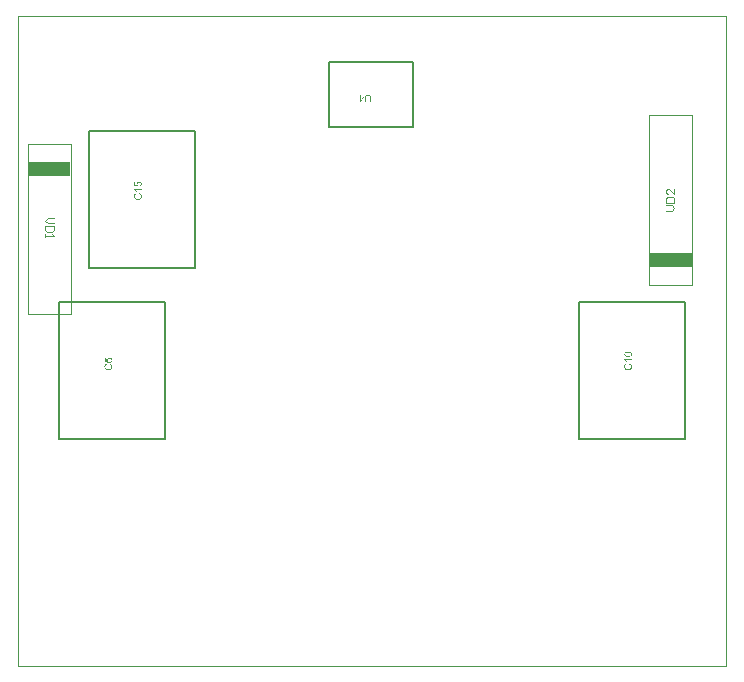
<source format=gbr>
%TF.GenerationSoftware,Altium Limited,Altium Designer,24.3.1 (35)*%
G04 Layer_Color=8388736*
%FSLAX43Y43*%
%MOMM*%
%TF.SameCoordinates,9DAA59CA-406A-4E62-98C5-13318CB5E6F2*%
%TF.FilePolarity,Positive*%
%TF.FileFunction,Other,Top_Assembly*%
%TF.Part,Single*%
G01*
G75*
%TA.AperFunction,NonConductor*%
%ADD41C,0.200*%
%ADD58C,0.013*%
%ADD67C,0.100*%
%ADD68R,3.675X1.300*%
G36*
X10278Y40986D02*
X10285Y40985D01*
X10293Y40984D01*
X10303Y40982D01*
X10314Y40980D01*
X10338Y40974D01*
X10363Y40965D01*
X10376Y40960D01*
X10388Y40952D01*
X10401Y40945D01*
X10413Y40936D01*
X10413Y40935D01*
X10416Y40933D01*
X10420Y40929D01*
X10425Y40925D01*
X10430Y40918D01*
X10438Y40911D01*
X10444Y40901D01*
X10451Y40891D01*
X10459Y40880D01*
X10465Y40867D01*
X10472Y40853D01*
X10478Y40839D01*
X10483Y40823D01*
X10487Y40805D01*
X10489Y40787D01*
X10490Y40767D01*
Y40759D01*
X10489Y40753D01*
X10488Y40745D01*
X10487Y40737D01*
X10487Y40727D01*
X10484Y40717D01*
X10478Y40693D01*
X10470Y40670D01*
X10464Y40658D01*
X10458Y40646D01*
X10450Y40635D01*
X10442Y40624D01*
X10441Y40623D01*
X10440Y40621D01*
X10437Y40619D01*
X10433Y40616D01*
X10428Y40611D01*
X10423Y40607D01*
X10415Y40601D01*
X10407Y40596D01*
X10399Y40591D01*
X10389Y40585D01*
X10366Y40575D01*
X10340Y40567D01*
X10327Y40564D01*
X10312Y40562D01*
X10305Y40644D01*
X10306D01*
X10308D01*
X10311Y40645D01*
X10315Y40646D01*
X10326Y40649D01*
X10340Y40653D01*
X10353Y40658D01*
X10369Y40666D01*
X10383Y40675D01*
X10396Y40686D01*
X10397Y40688D01*
X10401Y40692D01*
X10405Y40699D01*
X10411Y40709D01*
X10416Y40720D01*
X10421Y40734D01*
X10425Y40750D01*
X10425Y40767D01*
Y40773D01*
X10425Y40777D01*
X10424Y40788D01*
X10420Y40801D01*
X10415Y40816D01*
X10408Y40832D01*
X10397Y40849D01*
X10390Y40856D01*
X10383Y40864D01*
X10382Y40864D01*
X10381Y40865D01*
X10378Y40867D01*
X10376Y40870D01*
X10365Y40876D01*
X10352Y40884D01*
X10337Y40890D01*
X10317Y40897D01*
X10294Y40901D01*
X10282Y40903D01*
X10269D01*
X10268D01*
X10266D01*
X10263D01*
X10258Y40902D01*
X10253D01*
X10246Y40901D01*
X10231Y40899D01*
X10214Y40894D01*
X10196Y40888D01*
X10180Y40878D01*
X10164Y40865D01*
X10163D01*
X10162Y40864D01*
X10157Y40859D01*
X10151Y40851D01*
X10144Y40840D01*
X10137Y40825D01*
X10131Y40808D01*
X10126Y40789D01*
X10124Y40778D01*
Y40760D01*
X10125Y40753D01*
X10126Y40743D01*
X10129Y40732D01*
X10131Y40721D01*
X10136Y40709D01*
X10142Y40697D01*
X10143Y40696D01*
X10144Y40693D01*
X10149Y40687D01*
X10154Y40680D01*
X10160Y40672D01*
X10168Y40665D01*
X10177Y40656D01*
X10187Y40650D01*
X10177Y40576D01*
X9848Y40638D01*
Y40956D01*
X9923D01*
Y40700D01*
X10095Y40666D01*
X10094Y40667D01*
X10094Y40668D01*
X10092Y40671D01*
X10089Y40676D01*
X10086Y40681D01*
X10082Y40688D01*
X10075Y40703D01*
X10068Y40721D01*
X10061Y40742D01*
X10057Y40764D01*
X10055Y40775D01*
Y40795D01*
X10056Y40801D01*
X10057Y40808D01*
X10058Y40816D01*
X10059Y40826D01*
X10062Y40836D01*
X10069Y40858D01*
X10073Y40870D01*
X10080Y40882D01*
X10086Y40894D01*
X10094Y40906D01*
X10103Y40917D01*
X10113Y40928D01*
X10114Y40929D01*
X10116Y40931D01*
X10119Y40934D01*
X10123Y40938D01*
X10130Y40942D01*
X10136Y40947D01*
X10144Y40952D01*
X10154Y40958D01*
X10164Y40962D01*
X10175Y40968D01*
X10188Y40973D01*
X10201Y40977D01*
X10215Y40981D01*
X10230Y40984D01*
X10246Y40986D01*
X10263Y40987D01*
X10264D01*
X10266D01*
X10271D01*
X10278Y40986D01*
D02*
G37*
G36*
X10479Y40282D02*
X9979D01*
X9980Y40281D01*
X9984Y40276D01*
X9989Y40271D01*
X9996Y40262D01*
X10004Y40251D01*
X10013Y40239D01*
X10023Y40224D01*
X10033Y40207D01*
Y40206D01*
X10034Y40205D01*
X10038Y40200D01*
X10043Y40190D01*
X10048Y40179D01*
X10055Y40166D01*
X10061Y40153D01*
X10068Y40139D01*
X10073Y40125D01*
X9997D01*
Y40126D01*
X9996Y40128D01*
X9995Y40131D01*
X9992Y40136D01*
X9989Y40141D01*
X9985Y40148D01*
X9976Y40164D01*
X9966Y40182D01*
X9953Y40201D01*
X9938Y40220D01*
X9923Y40239D01*
X9922Y40240D01*
X9921Y40241D01*
X9918Y40244D01*
X9915Y40248D01*
X9906Y40256D01*
X9895Y40267D01*
X9882Y40278D01*
X9867Y40290D01*
X9852Y40300D01*
X9837Y40310D01*
Y40361D01*
X10479D01*
Y40282D01*
D02*
G37*
G36*
X10281Y39992D02*
X10287Y39990D01*
X10294Y39987D01*
X10303Y39984D01*
X10313Y39981D01*
X10324Y39976D01*
X10336Y39970D01*
X10362Y39957D01*
X10388Y39941D01*
X10401Y39931D01*
X10413Y39921D01*
X10425Y39909D01*
X10436Y39896D01*
X10437Y39896D01*
X10438Y39894D01*
X10440Y39889D01*
X10444Y39884D01*
X10449Y39877D01*
X10453Y39870D01*
X10458Y39859D01*
X10462Y39849D01*
X10468Y39837D01*
X10473Y39824D01*
X10477Y39810D01*
X10482Y39796D01*
X10486Y39780D01*
X10487Y39763D01*
X10489Y39746D01*
X10490Y39727D01*
Y39717D01*
X10489Y39710D01*
Y39701D01*
X10488Y39691D01*
X10487Y39680D01*
X10485Y39667D01*
X10480Y39640D01*
X10473Y39613D01*
X10462Y39585D01*
X10456Y39572D01*
X10449Y39559D01*
X10448Y39558D01*
X10447Y39556D01*
X10444Y39553D01*
X10440Y39549D01*
X10437Y39543D01*
X10431Y39537D01*
X10425Y39529D01*
X10417Y39522D01*
X10409Y39515D01*
X10401Y39506D01*
X10379Y39490D01*
X10354Y39474D01*
X10327Y39460D01*
X10326D01*
X10323Y39458D01*
X10318Y39457D01*
X10313Y39455D01*
X10305Y39453D01*
X10296Y39450D01*
X10286Y39446D01*
X10275Y39443D01*
X10263Y39441D01*
X10249Y39437D01*
X10220Y39432D01*
X10188Y39429D01*
X10155Y39427D01*
X10154D01*
X10150D01*
X10144D01*
X10138Y39428D01*
X10129D01*
X10119Y39429D01*
X10107Y39430D01*
X10095Y39431D01*
X10069Y39436D01*
X10039Y39443D01*
X10009Y39452D01*
X9981Y39465D01*
X9980Y39466D01*
X9977Y39467D01*
X9973Y39468D01*
X9969Y39472D01*
X9962Y39476D01*
X9955Y39480D01*
X9938Y39492D01*
X9920Y39508D01*
X9901Y39527D01*
X9883Y39548D01*
X9867Y39573D01*
X9866Y39574D01*
X9865Y39577D01*
X9863Y39580D01*
X9861Y39585D01*
X9858Y39592D01*
X9855Y39600D01*
X9851Y39609D01*
X9848Y39619D01*
X9844Y39630D01*
X9840Y39642D01*
X9835Y39668D01*
X9830Y39698D01*
X9828Y39728D01*
Y39737D01*
X9829Y39744D01*
X9830Y39752D01*
X9831Y39762D01*
X9832Y39773D01*
X9835Y39785D01*
X9840Y39810D01*
X9849Y39837D01*
X9854Y39851D01*
X9861Y39864D01*
X9869Y39877D01*
X9877Y39890D01*
X9878Y39891D01*
X9879Y39893D01*
X9882Y39896D01*
X9886Y39901D01*
X9891Y39906D01*
X9898Y39912D01*
X9905Y39919D01*
X9912Y39926D01*
X9922Y39933D01*
X9933Y39941D01*
X9944Y39949D01*
X9956Y39957D01*
X9970Y39963D01*
X9984Y39970D01*
X9998Y39976D01*
X10015Y39982D01*
X10034Y39898D01*
X10033D01*
X10032Y39897D01*
X10028Y39896D01*
X10023Y39894D01*
X10018Y39892D01*
X10010Y39889D01*
X9996Y39882D01*
X9979Y39872D01*
X9962Y39861D01*
X9947Y39847D01*
X9933Y39833D01*
X9931Y39831D01*
X9927Y39825D01*
X9923Y39816D01*
X9916Y39804D01*
X9911Y39788D01*
X9905Y39771D01*
X9901Y39749D01*
X9900Y39726D01*
Y39719D01*
X9901Y39714D01*
Y39708D01*
X9902Y39700D01*
X9905Y39683D01*
X9909Y39663D01*
X9915Y39643D01*
X9924Y39622D01*
X9936Y39602D01*
Y39602D01*
X9938Y39601D01*
X9943Y39594D01*
X9950Y39586D01*
X9961Y39576D01*
X9975Y39564D01*
X9991Y39553D01*
X10010Y39542D01*
X10032Y39533D01*
X10033D01*
X10034Y39532D01*
X10037Y39531D01*
X10042Y39530D01*
X10047Y39528D01*
X10054Y39527D01*
X10070Y39524D01*
X10088Y39520D01*
X10108Y39516D01*
X10131Y39515D01*
X10155Y39514D01*
X10156D01*
X10158D01*
X10163D01*
X10168D01*
X10175Y39515D01*
X10183D01*
X10193Y39516D01*
X10203Y39516D01*
X10225Y39519D01*
X10249Y39524D01*
X10273Y39529D01*
X10297Y39537D01*
X10298D01*
X10300Y39538D01*
X10303Y39540D01*
X10307Y39541D01*
X10318Y39547D01*
X10331Y39555D01*
X10346Y39565D01*
X10362Y39578D01*
X10376Y39593D01*
X10389Y39611D01*
Y39612D01*
X10389Y39614D01*
X10391Y39616D01*
X10393Y39620D01*
X10395Y39625D01*
X10398Y39630D01*
X10403Y39643D01*
X10409Y39660D01*
X10413Y39678D01*
X10417Y39699D01*
X10418Y39720D01*
Y39726D01*
X10417Y39732D01*
Y39738D01*
X10416Y39745D01*
X10413Y39761D01*
X10408Y39781D01*
X10401Y39800D01*
X10390Y39821D01*
X10385Y39831D01*
X10377Y39840D01*
X10376Y39841D01*
X10376Y39842D01*
X10373Y39845D01*
X10370Y39848D01*
X10365Y39852D01*
X10360Y39857D01*
X10354Y39862D01*
X10347Y39867D01*
X10339Y39872D01*
X10329Y39879D01*
X10320Y39884D01*
X10309Y39890D01*
X10297Y39895D01*
X10284Y39899D01*
X10270Y39904D01*
X10255Y39908D01*
X10277Y39993D01*
X10278D01*
X10281Y39992D01*
D02*
G37*
G36*
X29683Y48335D02*
X29690D01*
X29700Y48335D01*
X29710Y48334D01*
X29720Y48332D01*
X29744Y48329D01*
X29768Y48323D01*
X29793Y48315D01*
X29815Y48305D01*
X29816D01*
X29818Y48304D01*
X29821Y48302D01*
X29825Y48300D01*
X29835Y48293D01*
X29847Y48283D01*
X29860Y48270D01*
X29874Y48255D01*
X29886Y48237D01*
X29897Y48216D01*
Y48215D01*
X29898Y48214D01*
X29900Y48210D01*
X29900Y48205D01*
X29903Y48200D01*
X29905Y48192D01*
X29907Y48184D01*
X29909Y48174D01*
X29911Y48163D01*
X29914Y48151D01*
X29915Y48138D01*
X29917Y48124D01*
X29919Y48108D01*
X29920Y48091D01*
X29921Y48074D01*
Y48055D01*
Y47685D01*
X29836D01*
Y48055D01*
Y48055D01*
Y48058D01*
Y48063D01*
Y48068D01*
X29835Y48075D01*
Y48083D01*
X29835Y48092D01*
Y48101D01*
X29833Y48121D01*
X29830Y48142D01*
X29826Y48161D01*
X29824Y48170D01*
X29821Y48178D01*
Y48179D01*
X29820Y48180D01*
X29818Y48185D01*
X29815Y48191D01*
X29809Y48200D01*
X29801Y48210D01*
X29792Y48220D01*
X29781Y48230D01*
X29768Y48239D01*
X29767D01*
X29766Y48240D01*
X29761Y48242D01*
X29753Y48245D01*
X29742Y48249D01*
X29729Y48253D01*
X29713Y48256D01*
X29695Y48259D01*
X29675Y48260D01*
X29666D01*
X29660Y48259D01*
X29653Y48258D01*
X29644Y48257D01*
X29634Y48256D01*
X29624Y48255D01*
X29602Y48250D01*
X29580Y48242D01*
X29570Y48237D01*
X29560Y48231D01*
X29550Y48225D01*
X29542Y48218D01*
X29541Y48217D01*
X29540Y48215D01*
X29539Y48213D01*
X29535Y48210D01*
X29533Y48205D01*
X29530Y48198D01*
X29525Y48190D01*
X29522Y48181D01*
X29518Y48171D01*
X29515Y48160D01*
X29511Y48146D01*
X29508Y48131D01*
X29505Y48115D01*
X29504Y48096D01*
X29503Y48076D01*
X29502Y48055D01*
Y47685D01*
X29417D01*
Y48055D01*
Y48056D01*
Y48060D01*
Y48065D01*
Y48071D01*
X29418Y48080D01*
Y48089D01*
X29419Y48100D01*
X29420Y48110D01*
X29423Y48135D01*
X29426Y48161D01*
X29432Y48186D01*
X29435Y48198D01*
X29440Y48209D01*
Y48210D01*
X29441Y48211D01*
X29442Y48215D01*
X29444Y48218D01*
X29446Y48223D01*
X29450Y48229D01*
X29458Y48241D01*
X29469Y48256D01*
X29482Y48271D01*
X29499Y48287D01*
X29509Y48295D01*
X29519Y48301D01*
X29520D01*
X29521Y48303D01*
X29525Y48305D01*
X29529Y48307D01*
X29535Y48310D01*
X29541Y48312D01*
X29550Y48315D01*
X29559Y48319D01*
X29569Y48322D01*
X29580Y48325D01*
X29592Y48328D01*
X29605Y48330D01*
X29620Y48333D01*
X29635Y48335D01*
X29651Y48335D01*
X29668Y48336D01*
X29676D01*
X29683Y48335D01*
D02*
G37*
G36*
X29056Y48172D02*
X29334D01*
Y48100D01*
X29041Y47685D01*
X28977D01*
Y48100D01*
X28891D01*
Y48172D01*
X28977D01*
Y48325D01*
X29056D01*
Y48172D01*
D02*
G37*
G36*
X51702Y26554D02*
X51713D01*
X51725Y26553D01*
X51738Y26552D01*
X51768Y26549D01*
X51798Y26545D01*
X51828Y26539D01*
X51843Y26535D01*
X51856Y26531D01*
X51857D01*
X51859Y26530D01*
X51863Y26529D01*
X51868Y26527D01*
X51873Y26525D01*
X51880Y26521D01*
X51895Y26514D01*
X51913Y26504D01*
X51930Y26492D01*
X51948Y26478D01*
X51963Y26461D01*
Y26460D01*
X51964Y26460D01*
X51966Y26456D01*
X51968Y26453D01*
X51971Y26449D01*
X51974Y26443D01*
X51978Y26437D01*
X51981Y26430D01*
X51988Y26413D01*
X51994Y26393D01*
X51998Y26370D01*
X51999Y26358D01*
X52000Y26345D01*
Y26341D01*
X51999Y26336D01*
Y26330D01*
X51998Y26322D01*
X51997Y26314D01*
X51994Y26304D01*
X51992Y26293D01*
X51988Y26281D01*
X51984Y26270D01*
X51978Y26257D01*
X51973Y26245D01*
X51965Y26233D01*
X51956Y26221D01*
X51946Y26211D01*
X51934Y26200D01*
X51933Y26199D01*
X51930Y26197D01*
X51926Y26194D01*
X51919Y26190D01*
X51910Y26186D01*
X51899Y26180D01*
X51887Y26175D01*
X51872Y26169D01*
X51854Y26163D01*
X51835Y26157D01*
X51814Y26151D01*
X51790Y26147D01*
X51764Y26143D01*
X51737Y26140D01*
X51706Y26138D01*
X51673Y26137D01*
X51672D01*
X51668D01*
X51663D01*
X51654D01*
X51645Y26138D01*
X51634Y26139D01*
X51622D01*
X51608Y26141D01*
X51579Y26143D01*
X51548Y26147D01*
X51518Y26153D01*
X51504Y26156D01*
X51491Y26161D01*
X51490D01*
X51488Y26161D01*
X51484Y26163D01*
X51479Y26165D01*
X51473Y26167D01*
X51467Y26171D01*
X51451Y26178D01*
X51434Y26188D01*
X51416Y26200D01*
X51398Y26214D01*
X51383Y26230D01*
X51383Y26231D01*
X51382Y26232D01*
X51380Y26235D01*
X51378Y26238D01*
X51375Y26242D01*
X51372Y26248D01*
X51369Y26254D01*
X51364Y26261D01*
X51358Y26278D01*
X51352Y26298D01*
X51348Y26320D01*
X51346Y26333D01*
Y26354D01*
X51347Y26359D01*
Y26364D01*
X51349Y26376D01*
X51351Y26390D01*
X51355Y26405D01*
X51360Y26421D01*
X51367Y26436D01*
Y26437D01*
X51368Y26438D01*
X51371Y26443D01*
X51375Y26450D01*
X51382Y26459D01*
X51391Y26469D01*
X51401Y26480D01*
X51413Y26490D01*
X51427Y26500D01*
X51428D01*
X51428Y26501D01*
X51431Y26503D01*
X51433Y26505D01*
X51442Y26509D01*
X51453Y26515D01*
X51468Y26521D01*
X51483Y26528D01*
X51503Y26534D01*
X51523Y26540D01*
X51523D01*
X51525Y26540D01*
X51528Y26541D01*
X51533Y26542D01*
X51538Y26543D01*
X51545Y26545D01*
X51553Y26545D01*
X51563Y26547D01*
X51573Y26549D01*
X51584Y26550D01*
X51596Y26551D01*
X51610Y26552D01*
X51624Y26553D01*
X51639Y26554D01*
X51656Y26555D01*
X51673D01*
X51675D01*
X51678D01*
X51684D01*
X51693D01*
X51702Y26554D01*
D02*
G37*
G36*
X51989Y25857D02*
X51488D01*
X51489Y25856D01*
X51493Y25852D01*
X51498Y25846D01*
X51505Y25837D01*
X51513Y25826D01*
X51523Y25813D01*
X51533Y25799D01*
X51543Y25782D01*
Y25781D01*
X51543Y25781D01*
X51545Y25778D01*
X51547Y25775D01*
X51552Y25766D01*
X51558Y25755D01*
X51564Y25742D01*
X51571Y25728D01*
X51578Y25714D01*
X51583Y25700D01*
X51507D01*
Y25701D01*
X51505Y25703D01*
X51503Y25706D01*
X51501Y25711D01*
X51498Y25716D01*
X51494Y25723D01*
X51486Y25739D01*
X51475Y25756D01*
X51462Y25776D01*
X51448Y25796D01*
X51432Y25815D01*
X51431Y25816D01*
X51430Y25817D01*
X51428Y25820D01*
X51424Y25823D01*
X51416Y25831D01*
X51404Y25842D01*
X51392Y25853D01*
X51377Y25865D01*
X51362Y25876D01*
X51346Y25885D01*
Y25936D01*
X51989D01*
Y25857D01*
D02*
G37*
G36*
X51791Y25566D02*
X51797Y25564D01*
X51804Y25562D01*
X51813Y25559D01*
X51823Y25555D01*
X51833Y25551D01*
X51846Y25545D01*
X51858Y25539D01*
X51872Y25532D01*
X51884Y25524D01*
X51898Y25515D01*
X51911Y25506D01*
X51923Y25495D01*
X51935Y25483D01*
X51946Y25471D01*
X51947Y25470D01*
X51948Y25467D01*
X51951Y25464D01*
X51954Y25458D01*
X51958Y25452D01*
X51963Y25443D01*
X51968Y25434D01*
X51973Y25424D01*
X51978Y25412D01*
X51983Y25399D01*
X51988Y25385D01*
X51992Y25370D01*
X51995Y25354D01*
X51998Y25337D01*
X51999Y25320D01*
X52000Y25302D01*
Y25292D01*
X51999Y25284D01*
X51998Y25276D01*
X51998Y25265D01*
X51997Y25254D01*
X51995Y25242D01*
X51990Y25215D01*
X51983Y25187D01*
X51978Y25172D01*
X51972Y25158D01*
X51966Y25145D01*
X51958Y25132D01*
X51958Y25132D01*
X51957Y25130D01*
X51954Y25127D01*
X51950Y25122D01*
X51946Y25117D01*
X51941Y25110D01*
X51934Y25103D01*
X51927Y25096D01*
X51919Y25087D01*
X51910Y25080D01*
X51900Y25072D01*
X51888Y25063D01*
X51877Y25055D01*
X51864Y25047D01*
X51850Y25040D01*
X51836Y25033D01*
X51835D01*
X51833Y25032D01*
X51828Y25030D01*
X51822Y25028D01*
X51814Y25026D01*
X51806Y25022D01*
X51796Y25020D01*
X51784Y25017D01*
X51772Y25013D01*
X51758Y25011D01*
X51744Y25007D01*
X51730Y25005D01*
X51698Y25002D01*
X51664Y25000D01*
X51663D01*
X51660D01*
X51654D01*
X51648Y25001D01*
X51638D01*
X51628Y25002D01*
X51618Y25003D01*
X51605Y25005D01*
X51592Y25007D01*
X51578Y25009D01*
X51548Y25016D01*
X51519Y25025D01*
X51504Y25031D01*
X51490Y25037D01*
X51489Y25038D01*
X51487Y25039D01*
X51483Y25042D01*
X51478Y25045D01*
X51472Y25048D01*
X51464Y25053D01*
X51457Y25059D01*
X51448Y25066D01*
X51429Y25081D01*
X51411Y25100D01*
X51393Y25122D01*
X51384Y25134D01*
X51377Y25147D01*
X51376Y25147D01*
X51375Y25150D01*
X51374Y25154D01*
X51371Y25159D01*
X51368Y25166D01*
X51364Y25173D01*
X51361Y25182D01*
X51357Y25192D01*
X51354Y25204D01*
X51350Y25216D01*
X51344Y25242D01*
X51339Y25272D01*
X51338Y25287D01*
Y25312D01*
X51339Y25318D01*
X51339Y25327D01*
X51340Y25337D01*
X51342Y25347D01*
X51344Y25359D01*
X51349Y25384D01*
X51354Y25397D01*
X51359Y25412D01*
X51364Y25425D01*
X51370Y25438D01*
X51379Y25452D01*
X51387Y25464D01*
X51388Y25465D01*
X51389Y25467D01*
X51392Y25471D01*
X51396Y25475D01*
X51401Y25480D01*
X51407Y25487D01*
X51414Y25493D01*
X51423Y25501D01*
X51432Y25508D01*
X51442Y25516D01*
X51453Y25523D01*
X51465Y25531D01*
X51478Y25538D01*
X51493Y25545D01*
X51508Y25552D01*
X51524Y25557D01*
X51544Y25473D01*
X51543D01*
X51541Y25472D01*
X51538Y25471D01*
X51533Y25469D01*
X51527Y25467D01*
X51520Y25464D01*
X51505Y25457D01*
X51488Y25447D01*
X51472Y25437D01*
X51456Y25423D01*
X51449Y25416D01*
X51443Y25408D01*
Y25407D01*
X51441Y25407D01*
X51439Y25404D01*
X51438Y25401D01*
X51435Y25397D01*
X51433Y25392D01*
X51426Y25379D01*
X51420Y25363D01*
X51415Y25345D01*
X51412Y25324D01*
X51410Y25301D01*
Y25293D01*
X51411Y25288D01*
Y25282D01*
X51412Y25275D01*
X51413Y25267D01*
X51414Y25257D01*
X51418Y25238D01*
X51425Y25217D01*
X51434Y25197D01*
X51439Y25187D01*
X51446Y25177D01*
Y25176D01*
X51448Y25174D01*
X51449Y25172D01*
X51453Y25168D01*
X51460Y25160D01*
X51471Y25150D01*
X51484Y25138D01*
X51501Y25127D01*
X51519Y25116D01*
X51541Y25107D01*
X51542D01*
X51543Y25107D01*
X51547Y25106D01*
X51551Y25104D01*
X51557Y25102D01*
X51563Y25101D01*
X51571Y25099D01*
X51578Y25097D01*
X51598Y25094D01*
X51618Y25091D01*
X51641Y25088D01*
X51664Y25087D01*
X51665D01*
X51668D01*
X51672D01*
X51678D01*
X51685Y25088D01*
X51693Y25089D01*
X51703D01*
X51713Y25091D01*
X51735Y25093D01*
X51758Y25097D01*
X51783Y25103D01*
X51807Y25111D01*
X51808D01*
X51809Y25112D01*
X51813Y25113D01*
X51817Y25116D01*
X51822Y25118D01*
X51828Y25121D01*
X51841Y25129D01*
X51856Y25140D01*
X51871Y25152D01*
X51885Y25167D01*
X51898Y25185D01*
Y25186D01*
X51899Y25187D01*
X51900Y25190D01*
X51903Y25194D01*
X51904Y25198D01*
X51907Y25204D01*
X51913Y25217D01*
X51918Y25234D01*
X51923Y25252D01*
X51926Y25272D01*
X51928Y25294D01*
Y25301D01*
X51927Y25306D01*
X51926Y25312D01*
X51925Y25319D01*
X51924Y25327D01*
X51923Y25336D01*
X51918Y25355D01*
X51910Y25375D01*
X51906Y25386D01*
X51900Y25396D01*
X51894Y25406D01*
X51887Y25415D01*
X51886Y25416D01*
X51885Y25417D01*
X51883Y25420D01*
X51879Y25423D01*
X51875Y25427D01*
X51869Y25432D01*
X51863Y25437D01*
X51856Y25442D01*
X51848Y25447D01*
X51839Y25453D01*
X51829Y25458D01*
X51818Y25464D01*
X51806Y25469D01*
X51793Y25474D01*
X51780Y25478D01*
X51765Y25482D01*
X51787Y25567D01*
X51788D01*
X51791Y25566D01*
D02*
G37*
G36*
X7787Y26063D02*
X7794Y26062D01*
X7803Y26061D01*
X7813Y26060D01*
X7823Y26057D01*
X7848Y26051D01*
X7860Y26047D01*
X7873Y26042D01*
X7885Y26036D01*
X7898Y26030D01*
X7910Y26022D01*
X7923Y26013D01*
X7923Y26012D01*
X7926Y26011D01*
X7930Y26006D01*
X7934Y26001D01*
X7941Y25996D01*
X7947Y25988D01*
X7954Y25979D01*
X7961Y25969D01*
X7968Y25957D01*
X7976Y25945D01*
X7982Y25931D01*
X7988Y25916D01*
X7993Y25900D01*
X7997Y25882D01*
X7999Y25864D01*
X8000Y25845D01*
Y25836D01*
X7999Y25831D01*
X7998Y25823D01*
X7998Y25814D01*
X7996Y25805D01*
X7994Y25794D01*
X7988Y25771D01*
X7984Y25760D01*
X7979Y25748D01*
X7974Y25736D01*
X7968Y25724D01*
X7960Y25713D01*
X7952Y25702D01*
X7951Y25701D01*
X7949Y25700D01*
X7947Y25697D01*
X7943Y25694D01*
X7938Y25689D01*
X7932Y25685D01*
X7925Y25679D01*
X7917Y25674D01*
X7908Y25668D01*
X7898Y25663D01*
X7888Y25657D01*
X7876Y25653D01*
X7863Y25648D01*
X7851Y25645D01*
X7837Y25641D01*
X7822Y25640D01*
X7816Y25722D01*
X7817D01*
X7818Y25723D01*
X7822D01*
X7826Y25724D01*
X7831Y25726D01*
X7837Y25727D01*
X7849Y25731D01*
X7864Y25736D01*
X7879Y25744D01*
X7893Y25753D01*
X7906Y25764D01*
X7907Y25766D01*
X7910Y25770D01*
X7915Y25777D01*
X7920Y25786D01*
X7926Y25798D01*
X7930Y25812D01*
X7933Y25827D01*
X7935Y25845D01*
Y25851D01*
X7934Y25855D01*
X7933Y25859D01*
X7933Y25865D01*
X7930Y25878D01*
X7925Y25894D01*
X7917Y25910D01*
X7913Y25918D01*
X7907Y25926D01*
X7900Y25934D01*
X7893Y25941D01*
X7892Y25942D01*
X7891Y25943D01*
X7888Y25945D01*
X7885Y25947D01*
X7881Y25951D01*
X7875Y25954D01*
X7869Y25957D01*
X7863Y25961D01*
X7846Y25968D01*
X7827Y25975D01*
X7804Y25979D01*
X7793Y25981D01*
X7779D01*
X7778D01*
X7776D01*
X7773D01*
X7768Y25980D01*
X7763D01*
X7756Y25979D01*
X7741Y25976D01*
X7723Y25971D01*
X7706Y25965D01*
X7688Y25956D01*
X7680Y25950D01*
X7673Y25943D01*
X7672D01*
X7671Y25941D01*
X7669Y25939D01*
X7667Y25936D01*
X7660Y25928D01*
X7653Y25916D01*
X7646Y25902D01*
X7639Y25886D01*
X7635Y25866D01*
X7633Y25856D01*
Y25837D01*
X7634Y25831D01*
X7636Y25821D01*
X7638Y25811D01*
X7641Y25799D01*
X7646Y25786D01*
X7652Y25775D01*
X7653Y25773D01*
X7655Y25770D01*
X7658Y25765D01*
X7664Y25758D01*
X7670Y25751D01*
X7678Y25742D01*
X7687Y25735D01*
X7697Y25728D01*
X7686Y25654D01*
X7357Y25716D01*
Y26034D01*
X7432D01*
Y25778D01*
X7605Y25744D01*
X7604Y25745D01*
X7603Y25746D01*
X7601Y25750D01*
X7598Y25754D01*
X7596Y25759D01*
X7592Y25766D01*
X7588Y25772D01*
X7584Y25781D01*
X7577Y25799D01*
X7571Y25819D01*
X7566Y25841D01*
X7565Y25853D01*
X7564Y25865D01*
Y25873D01*
X7565Y25879D01*
X7566Y25886D01*
X7568Y25894D01*
X7569Y25903D01*
X7572Y25914D01*
X7574Y25925D01*
X7578Y25936D01*
X7583Y25947D01*
X7588Y25960D01*
X7596Y25971D01*
X7603Y25983D01*
X7613Y25995D01*
X7623Y26006D01*
X7623Y26006D01*
X7625Y26008D01*
X7628Y26011D01*
X7633Y26015D01*
X7639Y26019D01*
X7646Y26024D01*
X7654Y26030D01*
X7663Y26035D01*
X7673Y26041D01*
X7685Y26046D01*
X7697Y26051D01*
X7710Y26055D01*
X7725Y26059D01*
X7740Y26061D01*
X7756Y26063D01*
X7773Y26064D01*
X7773D01*
X7777D01*
X7781D01*
X7787Y26063D01*
D02*
G37*
G36*
X7791Y25566D02*
X7797Y25564D01*
X7804Y25562D01*
X7813Y25559D01*
X7823Y25555D01*
X7833Y25551D01*
X7846Y25545D01*
X7858Y25539D01*
X7872Y25532D01*
X7884Y25524D01*
X7898Y25515D01*
X7911Y25506D01*
X7923Y25495D01*
X7935Y25483D01*
X7946Y25471D01*
X7947Y25470D01*
X7948Y25467D01*
X7951Y25464D01*
X7954Y25458D01*
X7958Y25452D01*
X7963Y25443D01*
X7968Y25434D01*
X7973Y25424D01*
X7978Y25412D01*
X7983Y25399D01*
X7988Y25385D01*
X7992Y25370D01*
X7995Y25354D01*
X7998Y25337D01*
X7999Y25320D01*
X8000Y25302D01*
Y25292D01*
X7999Y25284D01*
X7998Y25276D01*
X7998Y25265D01*
X7997Y25254D01*
X7995Y25242D01*
X7990Y25215D01*
X7983Y25187D01*
X7978Y25172D01*
X7972Y25158D01*
X7966Y25145D01*
X7958Y25132D01*
X7958Y25132D01*
X7957Y25130D01*
X7954Y25127D01*
X7950Y25122D01*
X7946Y25117D01*
X7941Y25110D01*
X7934Y25103D01*
X7927Y25096D01*
X7919Y25087D01*
X7910Y25080D01*
X7900Y25072D01*
X7888Y25063D01*
X7877Y25055D01*
X7864Y25047D01*
X7850Y25040D01*
X7836Y25033D01*
X7835D01*
X7833Y25032D01*
X7828Y25030D01*
X7822Y25028D01*
X7814Y25026D01*
X7806Y25022D01*
X7796Y25020D01*
X7784Y25017D01*
X7772Y25013D01*
X7758Y25011D01*
X7744Y25007D01*
X7730Y25005D01*
X7698Y25002D01*
X7664Y25000D01*
X7663D01*
X7660D01*
X7654D01*
X7648Y25001D01*
X7638D01*
X7628Y25002D01*
X7618Y25003D01*
X7605Y25005D01*
X7592Y25007D01*
X7578Y25009D01*
X7548Y25016D01*
X7519Y25025D01*
X7504Y25031D01*
X7490Y25037D01*
X7489Y25038D01*
X7487Y25039D01*
X7483Y25042D01*
X7478Y25045D01*
X7472Y25048D01*
X7464Y25053D01*
X7457Y25059D01*
X7448Y25066D01*
X7429Y25081D01*
X7411Y25100D01*
X7393Y25122D01*
X7384Y25134D01*
X7377Y25147D01*
X7376Y25147D01*
X7375Y25150D01*
X7373Y25154D01*
X7371Y25159D01*
X7368Y25166D01*
X7364Y25173D01*
X7361Y25182D01*
X7357Y25192D01*
X7354Y25204D01*
X7350Y25216D01*
X7344Y25242D01*
X7339Y25272D01*
X7338Y25287D01*
Y25312D01*
X7339Y25318D01*
X7339Y25327D01*
X7340Y25337D01*
X7342Y25347D01*
X7344Y25359D01*
X7349Y25384D01*
X7354Y25397D01*
X7359Y25412D01*
X7364Y25425D01*
X7370Y25438D01*
X7378Y25452D01*
X7387Y25464D01*
X7388Y25465D01*
X7389Y25467D01*
X7392Y25471D01*
X7396Y25475D01*
X7401Y25480D01*
X7407Y25487D01*
X7414Y25493D01*
X7423Y25501D01*
X7432Y25508D01*
X7442Y25516D01*
X7453Y25523D01*
X7465Y25531D01*
X7478Y25538D01*
X7493Y25545D01*
X7508Y25552D01*
X7524Y25557D01*
X7544Y25473D01*
X7543D01*
X7541Y25472D01*
X7538Y25471D01*
X7533Y25469D01*
X7527Y25467D01*
X7520Y25464D01*
X7505Y25457D01*
X7488Y25447D01*
X7472Y25437D01*
X7456Y25423D01*
X7449Y25416D01*
X7443Y25408D01*
Y25407D01*
X7441Y25407D01*
X7439Y25404D01*
X7438Y25401D01*
X7435Y25397D01*
X7433Y25392D01*
X7426Y25379D01*
X7420Y25363D01*
X7415Y25345D01*
X7412Y25324D01*
X7410Y25301D01*
Y25293D01*
X7411Y25288D01*
Y25282D01*
X7412Y25275D01*
X7413Y25267D01*
X7414Y25257D01*
X7418Y25238D01*
X7425Y25217D01*
X7434Y25197D01*
X7439Y25187D01*
X7446Y25177D01*
Y25176D01*
X7448Y25174D01*
X7449Y25172D01*
X7453Y25168D01*
X7460Y25160D01*
X7471Y25150D01*
X7484Y25138D01*
X7501Y25127D01*
X7519Y25116D01*
X7541Y25107D01*
X7542D01*
X7543Y25107D01*
X7547Y25106D01*
X7551Y25104D01*
X7557Y25102D01*
X7563Y25101D01*
X7571Y25099D01*
X7578Y25097D01*
X7598Y25094D01*
X7618Y25091D01*
X7641Y25088D01*
X7664Y25087D01*
X7665D01*
X7668D01*
X7672D01*
X7678D01*
X7685Y25088D01*
X7693Y25089D01*
X7703D01*
X7713Y25091D01*
X7735Y25093D01*
X7758Y25097D01*
X7783Y25103D01*
X7807Y25111D01*
X7808D01*
X7809Y25112D01*
X7813Y25113D01*
X7817Y25116D01*
X7822Y25118D01*
X7828Y25121D01*
X7841Y25129D01*
X7856Y25140D01*
X7871Y25152D01*
X7885Y25167D01*
X7898Y25185D01*
Y25186D01*
X7899Y25187D01*
X7900Y25190D01*
X7903Y25194D01*
X7904Y25198D01*
X7907Y25204D01*
X7913Y25217D01*
X7918Y25234D01*
X7923Y25252D01*
X7926Y25272D01*
X7928Y25294D01*
Y25301D01*
X7927Y25306D01*
X7926Y25312D01*
X7925Y25319D01*
X7924Y25327D01*
X7923Y25336D01*
X7918Y25355D01*
X7910Y25375D01*
X7906Y25386D01*
X7900Y25396D01*
X7894Y25406D01*
X7887Y25415D01*
X7886Y25416D01*
X7885Y25417D01*
X7883Y25420D01*
X7879Y25423D01*
X7875Y25427D01*
X7869Y25432D01*
X7863Y25437D01*
X7856Y25442D01*
X7848Y25447D01*
X7839Y25453D01*
X7829Y25458D01*
X7818Y25464D01*
X7806Y25469D01*
X7793Y25474D01*
X7780Y25478D01*
X7765Y25482D01*
X7787Y25567D01*
X7788D01*
X7791Y25566D01*
D02*
G37*
%LPC*%
G36*
X29257Y48100D02*
X29056D01*
Y47811D01*
X29257Y48100D01*
D02*
G37*
G36*
X51702Y26474D02*
X51673D01*
X51673D01*
X51672D01*
X51667D01*
X51658D01*
X51648Y26473D01*
X51635D01*
X51621Y26472D01*
X51604Y26470D01*
X51588Y26469D01*
X51553Y26465D01*
X51535Y26461D01*
X51518Y26458D01*
X51502Y26454D01*
X51488Y26449D01*
X51474Y26443D01*
X51463Y26436D01*
X51463D01*
X51461Y26435D01*
X51458Y26433D01*
X51455Y26430D01*
X51447Y26422D01*
X51437Y26411D01*
X51428Y26398D01*
X51419Y26382D01*
X51416Y26374D01*
X51413Y26365D01*
X51412Y26355D01*
X51411Y26345D01*
Y26340D01*
X51412Y26335D01*
X51413Y26325D01*
X51417Y26314D01*
X51423Y26300D01*
X51431Y26285D01*
X51436Y26278D01*
X51442Y26271D01*
X51449Y26265D01*
X51458Y26258D01*
X51458Y26257D01*
X51460Y26256D01*
X51464Y26255D01*
X51469Y26252D01*
X51476Y26249D01*
X51484Y26246D01*
X51494Y26242D01*
X51507Y26238D01*
X51520Y26235D01*
X51536Y26231D01*
X51553Y26227D01*
X51573Y26225D01*
X51595Y26221D01*
X51619Y26220D01*
X51645Y26219D01*
X51673Y26218D01*
X51674D01*
X51675D01*
X51680D01*
X51688D01*
X51699Y26219D01*
X51712D01*
X51726Y26220D01*
X51742Y26221D01*
X51759Y26223D01*
X51794Y26227D01*
X51812Y26230D01*
X51828Y26234D01*
X51845Y26238D01*
X51859Y26243D01*
X51873Y26248D01*
X51883Y26255D01*
X51884Y26256D01*
X51886Y26256D01*
X51888Y26259D01*
X51892Y26261D01*
X51900Y26269D01*
X51909Y26280D01*
X51918Y26293D01*
X51927Y26309D01*
X51930Y26317D01*
X51933Y26326D01*
X51934Y26335D01*
X51935Y26345D01*
Y26350D01*
X51934Y26355D01*
X51933Y26359D01*
X51933Y26365D01*
X51928Y26377D01*
X51923Y26391D01*
X51918Y26399D01*
X51913Y26406D01*
X51908Y26415D01*
X51900Y26422D01*
X51893Y26430D01*
X51883Y26436D01*
X51883Y26437D01*
X51881Y26438D01*
X51878Y26440D01*
X51873Y26442D01*
X51867Y26445D01*
X51858Y26448D01*
X51849Y26451D01*
X51838Y26455D01*
X51824Y26459D01*
X51809Y26462D01*
X51792Y26465D01*
X51773Y26468D01*
X51751Y26470D01*
X51728Y26472D01*
X51702Y26474D01*
D02*
G37*
%LPD*%
D41*
X5990Y33627D02*
Y45227D01*
X14990D01*
Y33627D02*
Y45227D01*
X5990Y33627D02*
X14990D01*
X26346Y45586D02*
X33496D01*
X26346D02*
Y51086D01*
X33496D01*
Y45586D02*
Y51086D01*
X47500Y19200D02*
X56500D01*
Y30800D01*
X47500D02*
X56500D01*
X47500Y19200D02*
Y30800D01*
X3500Y19200D02*
Y30800D01*
X12500D01*
Y19200D02*
Y30800D01*
X3500Y19200D02*
X12500D01*
D58*
X0Y-9D02*
Y54991D01*
X60000D01*
Y-9D02*
Y54991D01*
X0Y-9D02*
X60000D01*
D67*
X53420Y32246D02*
Y46596D01*
X54507D01*
X56007D02*
X57095D01*
X54507D02*
X56007D01*
X57095Y32246D02*
Y46596D01*
X53420Y32246D02*
X57095D01*
X4517Y29807D02*
Y44157D01*
X3430Y29807D02*
X4517D01*
X842D02*
X1930D01*
X3430D01*
X842D02*
Y44157D01*
X4517D01*
X54895Y38496D02*
X55362D01*
X55595Y38729D01*
X55362Y38963D01*
X54895D01*
Y39196D02*
X55595D01*
Y39546D01*
X55478Y39662D01*
X55012D01*
X54895Y39546D01*
Y39196D01*
X55595Y40362D02*
Y39896D01*
X55128Y40362D01*
X55012D01*
X54895Y40246D01*
Y40012D01*
X55012Y39896D01*
X3042Y37907D02*
X2576D01*
X2342Y37674D01*
X2576Y37440D01*
X3042D01*
Y37207D02*
X2342D01*
Y36857D01*
X2459Y36741D01*
X2926D01*
X3042Y36857D01*
Y37207D01*
X2342Y36507D02*
Y36274D01*
Y36391D01*
X3042D01*
X2926Y36507D01*
D68*
X55283Y34321D02*
D03*
X2655Y42082D02*
D03*
%TF.MD5,c11a0fc644341a993d613117857bf205*%
M02*

</source>
